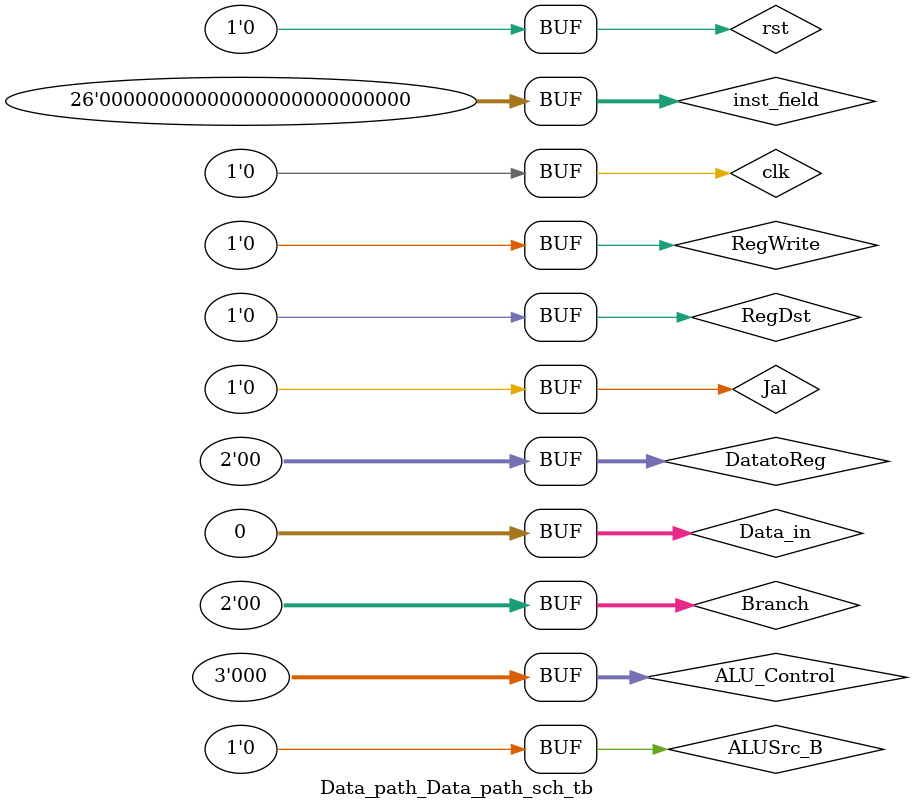
<source format=v>

`timescale 1ns / 1ps

module Data_path_Data_path_sch_tb();

// Inputs
   reg clk;
   reg rst;
   reg [1:0] Branch;
   reg [2:0] ALU_Control;
   reg ALUSrc_B;
   reg RegWrite;
   reg [25:0] inst_field;
   reg RegDst;
   reg [31:0] Data_in;
   reg [1:0] DatatoReg;
   reg Jal;

// Output
   wire [31:0] PC_out;
   wire [31:0] Data_out;
   wire [31:0] ALU_out;
   wire zero;
   wire overflow;

// Bidirs

// Instantiate the UUT
   Data_path UUT (
		.clk(clk), 
		.rst(rst), 
		.PC_out(PC_out), 
		.Branch(Branch), 
		.ALU_Control(ALU_Control), 
		.Data_out(Data_out), 
		.ALUSrc_B(ALUSrc_B), 
		.ALU_out(ALU_out), 
		.RegWrite(RegWrite), 
		.inst_field(inst_field), 
		.RegDst(RegDst), 
		.Data_in(Data_in), 
		.DatatoReg(DatatoReg), 
		.zero(zero), 
		.Jal(Jal), 
		.overflow(overflow)
   );
// Initialize Inputs
  // `ifdef auto_init
       initial begin
		clk = 0;
		rst = 0;
		Branch = 0;
		ALU_Control = 0;
		ALUSrc_B = 0;
		RegWrite = 0;
		inst_field = 0;
		RegDst = 0;
		Data_in = 0;
		DatatoReg = 0;
		Jal = 0;
		end
  // `endif
endmodule

</source>
